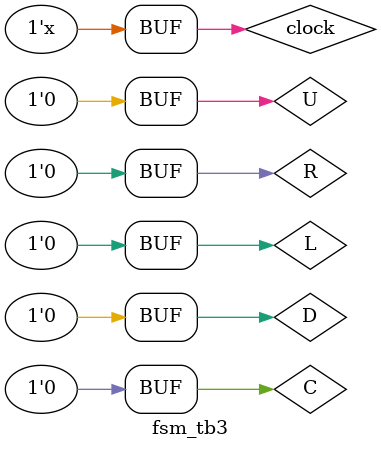
<source format=v>
`timescale 1ns / 1ps


module fsm_tb3;

	// Inputs
	reg clock;
	reg U;
	reg D;
	reg L;
	reg R;
	reg C;

	// Outputs
	wire [7:0] lights;

	// Instantiate the Unit Under Test (UUT)
	fsm uut (
		.lights(lights), 
		.clock(clock), 
		.U(U), 
		.D(D), 
		.L(L), 
		.R(R), 
		.C(C)
	);

	initial begin
		// Initialize Inputs
		clock = 0;
		U = 0;
		D = 0;
		L = 0;
		R = 0;
		C = 0;

		// Wait 100 ns for global reset to finish
		#100;
        
		// Add stimulus here
		U = 1'b1;
		#50
		U = 1'b0;
		#100
		
		/* enter U2 */
		U = 1'b1;
		#50
		U = 1'b0;
		#100
		
		/* enter D1 */
		D = 1'b1;
		#50
		D = 1'b0;
		#100
		
		/* enter D2 */
		D = 1'b1;
		#50
		D = 1'b0;
		#100
		
		/* enter L1  */
		L = 1'b1;
		#50
		L = 1'b0;
		#100
		
		/* enter R1 */
		R = 1'b1;
		#50
		R = 1'b0;
		#100
		
		/* enter L2 */
		L = 1'b1;
		#50
		L = 1'b0;
		#100
	
		/* enter R1 */
		R = 1'b1;
		#50
		R = 1'b0;
		#100
		
		/* enter C1 */
		C = 1'b1;
		#50
		C = 1'b0;
		#100
		
		/* enter CELEBRATE */
		C = 1'b1;
		#50
		C = 1'b0;
		#100
		
		/*Go back to U1 */
		U = 1'b1;
		#50
		U = 1'b0;
	end
	
	always 
		#10 clock <= ~clock;
      
endmodule


</source>
